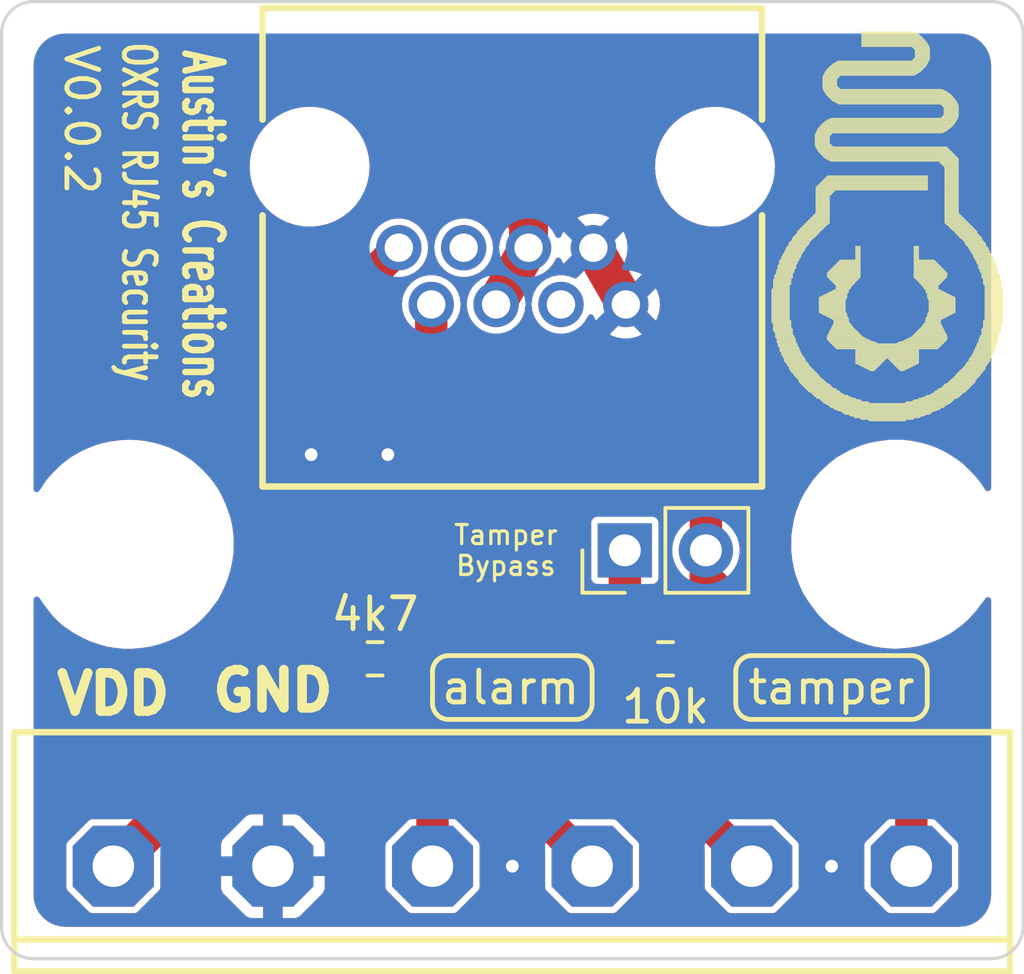
<source format=kicad_pcb>
(kicad_pcb (version 20211014) (generator pcbnew)
  (layers (0 "F.Cu" signal) (31 "B.Cu" signal) (34 "B.Paste" user) (35 "F.Paste" user) (36 "B.SilkS" user "B.Silkscreen") (37 "F.SilkS" user "F.Silkscreen") (38 "B.Mask" user) (39 "F.Mask" user) (44 "Edge.Cuts" user))
  (net 0 "")
  (net 3 "/GND")
  (net 4 "/VDD")
  (net 5 "Net-(J1-Pad1)")
  (net 6 "Net-(J1-Pad2)")
  (net 7 "Net-(R1-Pad2)")
  (net 8 "Net-(R2-Pad2)")
  (footprint "logos:Creations logo med" (layer "F.Cu") (at 47.7 29.5 180)
    (fp_text reference "LOGO1" hide)
    (fp_text value "Creations_logo_med" hide)
  )
  (footprint "Resistor_SMD:R_0603_1608Metric" (layer "F.Cu") (at 40.8 40.6)
    (fp_text reference "R1" hide)
    (fp_text value "10k" (at 0 1.5) (layer "F.SilkS"))
    (pad "1" smd roundrect locked (at -0.825 0) (size 0.8 0.95) (layers "F.Cu" "F.Paste" "F.Mask") (net 5 "Net-(J1-Pad1)"))
    (pad "2" smd roundrect locked (at 0.825 0) (size 0.8 0.95) (layers "F.Cu" "F.Paste" "F.Mask") (net 7 "Net-(R1-Pad2)"))
  )
  (footprint "MountingHole:MountingHole_3.2mm_M3" (layer "F.Cu") (at 48 37)
    (fp_text reference "H2" hide)
    (fp_text value "MountingHole" hide)
    (pad "" np_thru_hole circle locked (at 0 0) (size 3.2 3.2) (drill 3.2) (layers *.Cu *.Mask))
  )
  (footprint "Austins creations:RC01374" (layer "F.Cu") (at 36 27.7 180)
    (fp_text reference "RJ1" hide)
    (fp_text value "RC01374" hide)
    (pad "" np_thru_hole circle (at -6.35 2.525 180) (size 3.2512 3.2512) (drill 3.2512) (layers *.Cu *.Mask))
    (pad "" np_thru_hole circle (at 6.35 2.525 180) (size 3.2512 3.2512) (drill 3.2512) (layers *.Cu *.Mask))
    (pad "1" thru_hole circle (at 3.556 -0.015 180) (size 1.4224 1.4224) (drill 0.889) (layers *.Cu *.Mask) (net 8 "Net-(R2-Pad2)"))
    (pad "2" thru_hole circle (at 2.54 -1.793 180) (size 1.4224 1.4224) (drill 0.889) (layers *.Cu *.Mask) (net 6 "Net-(J1-Pad2)"))
    (pad "3" thru_hole circle (at 1.524 -0.015 180) (size 1.4224 1.4224) (drill 0.889) (layers *.Cu *.Mask))
    (pad "4" thru_hole circle (at 0.508 -1.793 180) (size 1.4224 1.4224) (drill 0.889) (layers *.Cu *.Mask) (net 4 "/VDD"))
    (pad "5" thru_hole circle (at -0.508 -0.015 180) (size 1.4224 1.4224) (drill 0.889) (layers *.Cu *.Mask) (net 4 "/VDD"))
    (pad "6" thru_hole circle (at -1.524 -1.793 180) (size 1.4224 1.4224) (drill 0.889) (layers *.Cu *.Mask))
    (pad "7" thru_hole circle (at -2.54 -0.015 180) (size 1.4224 1.4224) (drill 0.889) (layers *.Cu *.Mask) (net 3 "/GND"))
    (pad "8" thru_hole circle (at -3.556 -1.793 180) (size 1.4224 1.4224) (drill 0.889) (layers *.Cu *.Mask) (net 3 "/GND"))
  )
  (footprint "MountingHole:MountingHole_3.2mm_M3" (layer "F.Cu") (at 24 37)
    (fp_text reference "H1" hide)
    (fp_text value "MountingHole" hide)
    (pad "" np_thru_hole circle locked (at 0 0) (size 3.2 3.2) (drill 3.2) (layers *.Cu *.Mask))
  )
  (footprint "Connector_PinHeader_2.54mm:PinHeader_1x02_P2.54mm_Vertical" (layer "F.Cu") (at 39.525 37.2 90)
    (fp_text reference "J1" hide)
    (fp_text value "Conn_01x02_Female" hide)
    (pad "1" thru_hole rect locked (at 0 0 90) (size 1.7 1.7) (drill 1) (layers *.Cu *.Mask) (net 5 "Net-(J1-Pad1)"))
    (pad "2" thru_hole oval locked (at 0 2.54 90) (size 1.7 1.7) (drill 1) (layers *.Cu *.Mask) (net 6 "Net-(J1-Pad2)"))
  )
  (footprint "Austins creations:6pinblock" (layer "F.Cu") (at 36.100004 46.900008)
    (fp_text reference "ST1" hide)
    (fp_text value "6pinblock" hide)
    (pad "1" thru_hole roundrect (at -12.6 0.2) (size 2.54 2.54) (drill 1.3) (layers *.Cu *.Mask) (chamfer_ratio 0.25) (chamfer top_left top_right bottom_left bottom_right) (net 4 "/VDD"))
    (pad "2" thru_hole roundrect (at -7.6 0.2) (size 2.54 2.54) (drill 1.3) (layers *.Cu *.Mask) (chamfer_ratio 0.25) (chamfer top_left top_right bottom_left bottom_right) (net 3 "/GND"))
    (pad "3" thru_hole roundrect (at -2.6 0.2) (size 2.54 2.54) (drill 1.3) (layers *.Cu *.Mask) (chamfer_ratio 0.25) (chamfer top_left top_right bottom_left bottom_right) (net 8 "Net-(R2-Pad2)"))
    (pad "4" thru_hole roundrect (at 2.4 0.2) (size 2.54 2.54) (drill 1.3) (layers *.Cu *.Mask) (chamfer_ratio 0.25) (chamfer top_left top_right bottom_left bottom_right) (net 5 "Net-(J1-Pad1)"))
    (pad "5" thru_hole roundrect (at 7.4 0.2) (size 2.54 2.54) (drill 1.3) (layers *.Cu *.Mask) (chamfer_ratio 0.25) (chamfer top_left top_right bottom_left bottom_right) (net 7 "Net-(R1-Pad2)"))
    (pad "6" thru_hole roundrect (at 12.4 0.2) (size 2.54 2.54) (drill 1.3) (layers *.Cu *.Mask) (chamfer_ratio 0.25) (chamfer top_left top_right bottom_left bottom_right) (net 6 "Net-(J1-Pad2)"))
  )
  (footprint "Resistor_SMD:R_0603_1608Metric" (layer "F.Cu") (at 31.7 40.6 180)
    (fp_text reference "R2" hide)
    (fp_text value "4k7" (at 0 1.4) (layer "F.SilkS"))
    (pad "1" smd roundrect locked (at -0.825 0 180) (size 0.8 0.95) (layers "F.Cu" "F.Paste" "F.Mask") (net 5 "Net-(J1-Pad1)"))
    (pad "2" smd roundrect locked (at 0.825 0 180) (size 0.8 0.95) (layers "F.Cu" "F.Paste" "F.Mask") (net 8 "Net-(R2-Pad2)"))
  )
  (gr_arc (start 43.5 42.5) (mid 43.146447 42.353553) (end 43 42) (layer "F.SilkS") (width 0.15))
  (gr_line (start 33.5 41) (end 33.5 42) (layer "F.SilkS") (width 0.15))
  (gr_line (start 43.5 40.5) (end 48.5 40.5) (layer "F.SilkS") (width 0.15))
  (gr_arc (start 33.5 41) (mid 33.646447 40.646447) (end 34 40.5) (layer "F.SilkS") (width 0.15))
  (gr_line (start 48.5 42.5) (end 43.5 42.5) (layer "F.SilkS") (width 0.15))
  (gr_line (start 34 40.5) (end 38 40.5) (layer "F.SilkS") (width 0.15))
  (gr_arc (start 38 40.5) (mid 38.353553 40.646447) (end 38.5 41) (layer "F.SilkS") (width 0.15))
  (gr_line (start 49 41) (end 49 42) (layer "F.SilkS") (width 0.15))
  (gr_arc (start 38.5 42) (mid 38.353553 42.353553) (end 38 42.5) (layer "F.SilkS") (width 0.15))
  (gr_arc (start 43 41) (mid 43.146447 40.646447) (end 43.5 40.5) (layer "F.SilkS") (width 0.15))
  (gr_line (start 43 41) (end 43 42) (layer "F.SilkS") (width 0.15))
  (gr_line (start 38.5 41) (end 38.5 42) (layer "F.SilkS") (width 0.15))
  (gr_arc (start 48.5 40.5) (mid 48.853553 40.646447) (end 49 41) (layer "F.SilkS") (width 0.15))
  (gr_arc (start 49 42) (mid 48.853553 42.353553) (end 48.5 42.5) (layer "F.SilkS") (width 0.15))
  (gr_arc (start 34 42.5) (mid 33.646447 42.353553) (end 33.5 42) (layer "F.SilkS") (width 0.15))
  (gr_line (start 38 42.5) (end 34 42.5) (layer "F.SilkS") (width 0.15))
  (gr_arc (start 52 49) (mid 51.707107 49.707107) (end 51 50) (layer "Edge.Cuts") (width 0.1))
  (gr_arc (start 21 50) (mid 20.292893 49.707107) (end 20 49) (layer "Edge.Cuts") (width 0.1))
  (gr_line (start 21 50) (end 51 50) (layer "Edge.Cuts") (width 0.1))
  (gr_line (start 52 49) (end 52 21) (layer "Edge.Cuts") (width 0.1))
  (gr_line (start 20 21) (end 20 49) (layer "Edge.Cuts") (width 0.1))
  (gr_line (start 51 20) (end 21 20) (layer "Edge.Cuts") (width 0.1))
  (gr_arc (start 51 20) (mid 51.707107 20.292893) (end 52 21) (layer "Edge.Cuts") (width 0.1))
  (gr_arc (start 20 21) (mid 20.292893 20.292893) (end 21 20) (layer "Edge.Cuts") (width 0.1))
  (gr_text "V0.0.2" (at 22.500001 23.700001 270) (layer "F.SilkS") (effects (font (size 1 1))))
  (gr_text "Tamper\nBypass" (at 35.8 37.2) (layer "F.SilkS") (effects (font (size 0.6 0.6) (thickness 0.1))))
  (gr_text "alarm" (at 35.95 41.5) (layer "F.SilkS") (effects (font (size 1 1))))
  (gr_text "tamper" (at 46 41.5) (layer "F.SilkS") (effects (font (size 1 1))))
  (gr_text "VDD" (at 23.5 41.7) (layer "F.SilkS") (effects (font (size 1.2 1.2) (thickness 0.3))))
  (gr_text "Austin's Creations" (at 26.3 27 270) (layer "F.SilkS") (effects (font (size 1.2 0.8) (thickness 0.2))))
  (gr_text "GND" (at 28.5 41.6) (layer "F.SilkS") (effects (font (size 1.2 1.2) (thickness 0.3))))
  (gr_text "OXRS RJ45 Security" (at 24.3 26.6 270) (layer "F.SilkS") (effects (font (size 1 0.7))))
  (segment (start 38.54 27.715) (end 39.556 29.493) (width 1.2192) (layer "F.Cu") (net 3))
  (via (at 36 47.1) (size 0.8) (drill 0.4) (layers "F.Cu" "B.Cu") (net 3))
  (via (at 32.1 34.2) (size 0.8) (drill 0.4) (layers "F.Cu" "B.Cu") (net 3))
  (via (at 46 47.1) (size 0.8) (drill 0.4) (layers "F.Cu" "B.Cu") (net 3))
  (via (at 29.7 34.2) (size 0.8) (drill 0.4) (layers "F.Cu" "B.Cu") (net 3))
  (segment (start 27.9 22.1) (end 26 24) (width 1.2192) (layer "F.Cu") (net 4))
  (segment (start 28.45 29.8) (end 28.45 42.15) (width 1.2192) (layer "F.Cu") (net 4))
  (segment (start 28.45 42.15) (end 23.5 47.1) (width 1.2192) (layer "F.Cu") (net 4))
  (segment (start 31.75 22.1) (end 27.9 22.1) (width 1.2192) (layer "F.Cu") (net 4))
  (segment (start 26 24) (end 26 27.35) (width 1.2192) (layer "F.Cu") (net 4))
  (segment (start 36.508 26.858) (end 31.75 22.1) (width 1.2192) (layer "F.Cu") (net 4))
  (segment (start 36.508 27.715) (end 35.492 29.493) (width 1.2192) (layer "F.Cu") (net 4))
  (segment (start 36.508 27.715) (end 36.508 26.858) (width 1.2192) (layer "F.Cu") (net 4))
  (segment (start 26 27.35) (end 28.45 29.8) (width 1.2192) (layer "F.Cu") (net 4))
  (segment (start 39.525 37.2) (end 39.525 40.15) (width 1.016) (layer "F.Cu") (net 5))
  (segment (start 32.525 40.6) (end 39.975 40.6) (width 1.016) (layer "F.Cu") (net 5))
  (segment (start 39.525 40.15) (end 39.975 40.6) (width 1.016) (layer "F.Cu") (net 5))
  (segment (start 32.525 40.6) (end 32.525 41.125) (width 1.016) (layer "F.Cu") (net 5))
  (segment (start 32.525 41.125) (end 38.5 47.1) (width 1.016) (layer "F.Cu") (net 5))
  (segment (start 40.567081 34.5) (end 42.065 35.997919) (width 1.016) (layer "F.Cu") (net 6))
  (segment (start 42.065 38.065) (end 48.5 44.5) (width 1.016) (layer "F.Cu") (net 6))
  (segment (start 33.46 32.26) (end 33.46 29.493) (width 1.016) (layer "F.Cu") (net 6))
  (segment (start 48.5 44.5) (end 48.5 47.1) (width 1.016) (layer "F.Cu") (net 6))
  (segment (start 35.7 34.5) (end 40.567081 34.5) (width 1.016) (layer "F.Cu") (net 6))
  (segment (start 42.065 35.997919) (end 42.065 37.2) (width 1.016) (layer "F.Cu") (net 6))
  (segment (start 35.7 34.5) (end 33.46 32.26) (width 1.016) (layer "F.Cu") (net 6))
  (segment (start 42.065 37.2) (end 42.065 38.065) (width 1.016) (layer "F.Cu") (net 6))
  (segment (start 41.625 40.6) (end 41.625 45.225) (width 1.016) (layer "F.Cu") (net 7))
  (segment (start 41.625 45.225) (end 43.5 47.1) (width 1.016) (layer "F.Cu") (net 7))
  (segment (start 33.5 44.7) (end 33.5 47.1) (width 1.016) (layer "F.Cu") (net 8))
  (segment (start 30.875 40.6) (end 30.875 42.075) (width 1.016) (layer "F.Cu") (net 8))
  (segment (start 30.875 42.075) (end 33.5 44.7) (width 1.016) (layer "F.Cu") (net 8))
  (segment (start 30.875 40.6) (end 30.875 29.284) (width 1.016) (layer "F.Cu") (net 8))
  (segment (start 30.875 29.284) (end 32.444 27.715) (width 1.016) (layer "F.Cu") (net 8))
  (zone (net 0) (net_name "") (layers F&B.Cu) (connect_pads (clearance 0)) (min_thickness 0.254)
    (keepout (tracks not_allowed) (vias not_allowed) (pads not_allowed) (copperpour not_allowed) (footprints allowed))
    (fill (thermal_gap 0.508) (thermal_bridge_width 0.508))
    (polygon (pts (xy 48.25 33.735) (xy 48.48 33.76) (xy 48.635 33.79) (xy 48.845 33.835) (xy 49.03 33.89) (xy 49.27 33.975) (xy 49.535 34.1) (xy 49.74 34.22) (xy 49.975 34.375) (xy 50.15 34.52) (xy 50.33 34.69) (xy 50.52 34.895) (xy 50.65 35.055) (xy 50.795 35.265) (xy 50.92 35.495) (xy 51.03 35.74) (xy 51.17 36.115) (xy 51.24 36.41) (xy 51.275 36.69) (xy 51.29 36.94) (xy 51.28 37.26) (xy 51.24 37.565) (xy 51.18 37.84) (xy 51.11 38.07) (xy 51.015 38.31) (xy 50.9 38.555) (xy 50.79 38.755) (xy 50.64 38.95) (xy 50.535 39.09) (xy 50.41 39.23) (xy 50.265 39.385) (xy 50.065 39.56) (xy 49.875 39.7) (xy 49.705 39.815) (xy 49.445 39.95) (xy 49.255 40.035) (xy 49.01 40.125) (xy 48.72 40.205) (xy 48.445 40.25) (xy 48.24 40.27) (xy 48.005 40.285) (xy 47.76 40.275) (xy 47.54 40.25) (xy 47.33 40.215) (xy 47.1 40.155) (xy 46.79 40.05) (xy 46.52 39.925) (xy 46.24 39.765) (xy 45.95 39.565) (xy 45.765 39.405) (xy 45.585 39.215) (xy 45.43 39.015) (xy 45.29 38.825) (xy 45.12 38.565) (xy 45.005 38.315) (xy 44.885 38.005) (xy 44.825 37.795) (xy 44.765 37.475) (xy 44.735 37.15) (xy 44.74 36.735) (xy 44.77 36.52) (xy 44.805 36.31) (xy 44.885 35.995) (xy 45.03 35.63) (xy 45.15 35.4) (xy 45.415 34.995) (xy 45.635 34.745) (xy 45.935 34.465) (xy 46.165 34.285) (xy 46.585 34.05) (xy 46.94 33.905) (xy 47.165 33.835) (xy 47.475 33.775) (xy 47.79 33.735) (xy 48.005 33.73) (xy 48.01 33.73)))
  )
  (zone (net 3) (net_name "/GND") (layers F&B.Cu) (connect_pads (clearance 0.2032)) (min_thickness 0.2032) (fill yes (thermal_gap 0.3556) (thermal_bridge_width 0.6096) (smoothing fillet) (radius 1))
    (polygon (pts (xy 51 49) (xy 21 49) (xy 21 21) (xy 51 21)))
  )
  (zone (net 0) (net_name "") (layers F&B.Cu) (connect_pads (clearance 0)) (min_thickness 0.254)
    (keepout (tracks not_allowed) (vias not_allowed) (pads not_allowed) (copperpour not_allowed) (footprints allowed))
    (fill (thermal_gap 0.508) (thermal_bridge_width 0.508))
    (polygon (pts (xy 24.235 33.74) (xy 24.465 33.765) (xy 24.62 33.795) (xy 24.83 33.84) (xy 25.015 33.895) (xy 25.255 33.98) (xy 25.52 34.105) (xy 25.725 34.225) (xy 25.96 34.38) (xy 26.135 34.525) (xy 26.315 34.695) (xy 26.505 34.9) (xy 26.635 35.06) (xy 26.78 35.27) (xy 26.905 35.5) (xy 27.015 35.745) (xy 27.155 36.12) (xy 27.225 36.415) (xy 27.26 36.695) (xy 27.275 36.945) (xy 27.265 37.265) (xy 27.225 37.57) (xy 27.165 37.845) (xy 27.095 38.075) (xy 27 38.315) (xy 26.885 38.56) (xy 26.775 38.76) (xy 26.625 38.955) (xy 26.52 39.095) (xy 26.395 39.235) (xy 26.25 39.39) (xy 26.05 39.565) (xy 25.86 39.705) (xy 25.69 39.82) (xy 25.43 39.955) (xy 25.24 40.04) (xy 24.995 40.13) (xy 24.705 40.21) (xy 24.43 40.255) (xy 24.225 40.275) (xy 23.99 40.29) (xy 23.745 40.28) (xy 23.525 40.255) (xy 23.315 40.22) (xy 23.085 40.16) (xy 22.775 40.055) (xy 22.505 39.93) (xy 22.225 39.77) (xy 21.935 39.57) (xy 21.75 39.41) (xy 21.57 39.22) (xy 21.415 39.02) (xy 21.275 38.83) (xy 21.105 38.57) (xy 20.99 38.32) (xy 20.87 38.01) (xy 20.81 37.8) (xy 20.75 37.48) (xy 20.72 37.155) (xy 20.725 36.74) (xy 20.755 36.525) (xy 20.79 36.315) (xy 20.87 36) (xy 21.015 35.635) (xy 21.135 35.405) (xy 21.4 35) (xy 21.62 34.75) (xy 21.92 34.47) (xy 22.15 34.29) (xy 22.57 34.055) (xy 22.925 33.91) (xy 23.15 33.84) (xy 23.46 33.78) (xy 23.775 33.74) (xy 23.99 33.735) (xy 23.995 33.735)))
  )
)
</source>
